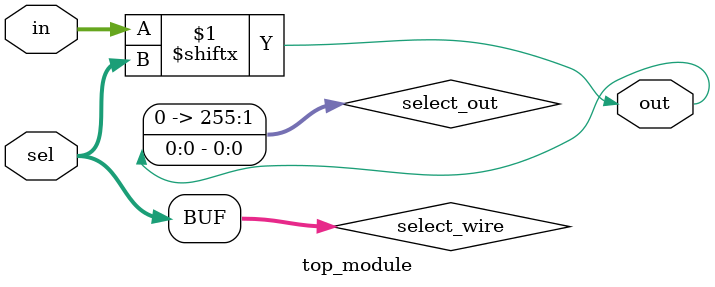
<source format=sv>
module top_module (
    input [255:0] in,
    input [7:0] sel,
    output out
);

  wire [7:0] select_wire;
  assign select_wire = sel[7:0];

  wire [255:0] select_out;
  assign select_out = in[select_wire];

  assign out = select_out;

endmodule

</source>
